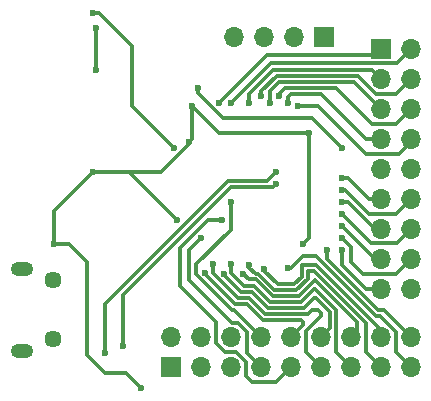
<source format=gbr>
%TF.GenerationSoftware,KiCad,Pcbnew,(6.0.7)*%
%TF.CreationDate,2022-09-12T19:53:53+08:00*%
%TF.ProjectId,STM32Breakout,53544d33-3242-4726-9561-6b6f75742e6b,rev?*%
%TF.SameCoordinates,Original*%
%TF.FileFunction,Copper,L2,Bot*%
%TF.FilePolarity,Positive*%
%FSLAX46Y46*%
G04 Gerber Fmt 4.6, Leading zero omitted, Abs format (unit mm)*
G04 Created by KiCad (PCBNEW (6.0.7)) date 2022-09-12 19:53:53*
%MOMM*%
%LPD*%
G01*
G04 APERTURE LIST*
%TA.AperFunction,ComponentPad*%
%ADD10C,1.450000*%
%TD*%
%TA.AperFunction,ComponentPad*%
%ADD11O,1.900000X1.200000*%
%TD*%
%TA.AperFunction,ComponentPad*%
%ADD12R,1.700000X1.700000*%
%TD*%
%TA.AperFunction,ComponentPad*%
%ADD13O,1.700000X1.700000*%
%TD*%
%TA.AperFunction,ViaPad*%
%ADD14C,0.600000*%
%TD*%
%TA.AperFunction,Conductor*%
%ADD15C,0.300000*%
%TD*%
G04 APERTURE END LIST*
D10*
%TO.P,J1,6,Shield*%
%TO.N,unconnected-(J1-Pad6)*%
X81726500Y-104688000D03*
X81726500Y-109688000D03*
D11*
X79026500Y-103688000D03*
X79026500Y-110688000D03*
%TD*%
D12*
%TO.P,J4,1,Pin_1*%
%TO.N,+3.3V*%
X104648000Y-84074000D03*
D13*
%TO.P,J4,2,Pin_2*%
%TO.N,SWDIO*%
X102108000Y-84074000D03*
%TO.P,J4,3,Pin_3*%
%TO.N,SWCLK*%
X99568000Y-84074000D03*
%TO.P,J4,4,Pin_4*%
%TO.N,GND*%
X97028000Y-84074000D03*
%TD*%
D12*
%TO.P,J2,1,Pin_1*%
%TO.N,+3.3V*%
X91704000Y-112019000D03*
D13*
%TO.P,J2,2,Pin_2*%
%TO.N,VCC*%
X91704000Y-109479000D03*
%TO.P,J2,3,Pin_3*%
%TO.N,+3.3V*%
X94244000Y-112019000D03*
%TO.P,J2,4,Pin_4*%
%TO.N,GND*%
X94244000Y-109479000D03*
%TO.P,J2,5,Pin_5*%
%TO.N,+3.3V*%
X96784000Y-112019000D03*
%TO.P,J2,6,Pin_6*%
%TO.N,GND*%
X96784000Y-109479000D03*
%TO.P,J2,7,Pin_7*%
%TO.N,LED*%
X99324000Y-112019000D03*
%TO.P,J2,8,Pin_8*%
%TO.N,PA1*%
X99324000Y-109479000D03*
%TO.P,J2,9,Pin_9*%
%TO.N,PA2*%
X101864000Y-112019000D03*
%TO.P,J2,10,Pin_10*%
%TO.N,PA3*%
X101864000Y-109479000D03*
%TO.P,J2,11,Pin_11*%
%TO.N,PA4*%
X104404000Y-112019000D03*
%TO.P,J2,12,Pin_12*%
%TO.N,PA5*%
X104404000Y-109479000D03*
%TO.P,J2,13,Pin_13*%
%TO.N,PA6*%
X106944000Y-112019000D03*
%TO.P,J2,14,Pin_14*%
%TO.N,PA7*%
X106944000Y-109479000D03*
%TO.P,J2,15,Pin_15*%
%TO.N,PB0*%
X109484000Y-112019000D03*
%TO.P,J2,16,Pin_16*%
%TO.N,PB1*%
X109484000Y-109479000D03*
%TO.P,J2,17,Pin_17*%
%TO.N,PB10*%
X112024000Y-112019000D03*
%TO.P,J2,18,Pin_18*%
%TO.N,PB11*%
X112024000Y-109479000D03*
%TD*%
D12*
%TO.P,J3,1,Pin_1*%
%TO.N,PB9*%
X109474000Y-85090000D03*
D13*
%TO.P,J3,2,Pin_2*%
%TO.N,PB8*%
X112014000Y-85090000D03*
%TO.P,J3,3,Pin_3*%
%TO.N,PB7*%
X109474000Y-87630000D03*
%TO.P,J3,4,Pin_4*%
%TO.N,PB6*%
X112014000Y-87630000D03*
%TO.P,J3,5,Pin_5*%
%TO.N,PB5*%
X109474000Y-90170000D03*
%TO.P,J3,6,Pin_6*%
%TO.N,PB4*%
X112014000Y-90170000D03*
%TO.P,J3,7,Pin_7*%
%TO.N,PB3*%
X109474000Y-92710000D03*
%TO.P,J3,8,Pin_8*%
%TO.N,PA15*%
X112014000Y-92710000D03*
%TO.P,J3,9,Pin_9*%
%TO.N,PA12*%
X109474000Y-95250000D03*
%TO.P,J3,10,Pin_10*%
%TO.N,PA11*%
X112014000Y-95250000D03*
%TO.P,J3,11,Pin_11*%
%TO.N,PA10*%
X109474000Y-97790000D03*
%TO.P,J3,12,Pin_12*%
%TO.N,PA9*%
X112014000Y-97790000D03*
%TO.P,J3,13,Pin_13*%
%TO.N,PA8*%
X109474000Y-100330000D03*
%TO.P,J3,14,Pin_14*%
%TO.N,PB15*%
X112014000Y-100330000D03*
%TO.P,J3,15,Pin_15*%
%TO.N,PB14*%
X109474000Y-102870000D03*
%TO.P,J3,16,Pin_16*%
%TO.N,PB13*%
X112014000Y-102870000D03*
%TO.P,J3,17,Pin_17*%
%TO.N,PB12*%
X109474000Y-105410000D03*
%TO.P,J3,18,Pin_18*%
%TO.N,GND*%
X112014000Y-105410000D03*
%TD*%
D14*
%TO.N,GND*%
X85344000Y-83312000D03*
X93980000Y-88392000D03*
X85344000Y-86868000D03*
X106172000Y-93472000D03*
%TO.N,PushB1*%
X85090000Y-82042000D03*
X91948000Y-93472000D03*
%TO.N,PA11*%
X100584000Y-96520000D03*
X87630000Y-110236000D03*
%TO.N,PA12*%
X100584000Y-95504000D03*
X86106000Y-110801500D03*
%TO.N,PA1*%
X96774000Y-98044000D03*
%TO.N,PA2*%
X96012000Y-99568000D03*
%TO.N,PA3*%
X94563028Y-104064972D03*
%TO.N,PA4*%
X95250000Y-103332000D03*
%TO.N,PA5*%
X96207681Y-104151108D03*
%TO.N,PA6*%
X96774000Y-103332000D03*
%TO.N,PA7*%
X97790000Y-104140000D03*
%TO.N,PB1*%
X99534544Y-103721578D03*
%TO.N,PB0*%
X98298000Y-103378000D03*
%TO.N,PB11*%
X104902000Y-102108000D03*
%TO.N,PB10*%
X101600000Y-103632000D03*
%TO.N,PB9*%
X95758000Y-89662000D03*
%TO.N,PB8*%
X96774000Y-89662000D03*
%TO.N,PB7*%
X98272600Y-89712800D03*
%TO.N,PB6*%
X99314000Y-89108000D03*
%TO.N,PB5*%
X100076000Y-89662000D03*
%TO.N,PB4*%
X100838000Y-89108000D03*
%TO.N,PB3*%
X101600000Y-89662000D03*
%TO.N,PA15*%
X102435500Y-89941400D03*
%TO.N,PA10*%
X106172000Y-96012000D03*
%TO.N,PA9*%
X106172000Y-97028000D03*
%TO.N,PA8*%
X106191647Y-98024353D03*
%TO.N,PB15*%
X106172000Y-99060000D03*
%TO.N,PB14*%
X106172000Y-100076000D03*
%TO.N,PB13*%
X106172000Y-101092000D03*
%TO.N,PB12*%
X106172000Y-102108000D03*
%TO.N,LED*%
X94234000Y-101092000D03*
%TO.N,+3.3V*%
X85090000Y-95504000D03*
X89154000Y-113792000D03*
X93218000Y-92964000D03*
X93472000Y-89916000D03*
X103378000Y-92202000D03*
X92202000Y-99568000D03*
X102870000Y-101600000D03*
X81788000Y-101600000D03*
%TD*%
D15*
%TO.N,GND*%
X96108761Y-90932000D02*
X103632000Y-90932000D01*
X93980000Y-88803239D02*
X96108761Y-90932000D01*
X103632000Y-90932000D02*
X106172000Y-93472000D01*
X85344000Y-83312000D02*
X85344000Y-86868000D01*
X93980000Y-88392000D02*
X93980000Y-88803239D01*
%TO.N,PushB1*%
X88392000Y-84836000D02*
X85598000Y-82042000D01*
X88392000Y-89916000D02*
X88392000Y-84836000D01*
X91948000Y-93472000D02*
X88392000Y-89916000D01*
X85598000Y-82042000D02*
X85090000Y-82042000D01*
%TO.N,PA11*%
X96774000Y-96774000D02*
X100330000Y-96774000D01*
X87630000Y-105918000D02*
X96774000Y-96774000D01*
X87630000Y-110236000D02*
X87630000Y-105918000D01*
X100330000Y-96774000D02*
X100584000Y-96520000D01*
%TO.N,PA12*%
X99822000Y-96266000D02*
X96520000Y-96266000D01*
X86106000Y-106680000D02*
X86106000Y-110801500D01*
X100584000Y-95504000D02*
X99822000Y-96266000D01*
X96520000Y-96266000D02*
X86106000Y-106680000D01*
%TO.N,PA1*%
X96870761Y-107188000D02*
X97033000Y-107188000D01*
X93838000Y-104155239D02*
X96870761Y-107188000D01*
X96774000Y-98044000D02*
X96774000Y-100394000D01*
X97033000Y-107188000D02*
X99324000Y-109479000D01*
X96774000Y-100394000D02*
X93838000Y-103330000D01*
X93838000Y-103330000D02*
X93838000Y-104155239D01*
%TO.N,PA2*%
X92456000Y-105156000D02*
X95504000Y-108204000D01*
X98044000Y-112776000D02*
X98552000Y-113284000D01*
X94838761Y-99568000D02*
X92456000Y-101950761D01*
X95504000Y-108204000D02*
X95504000Y-109982000D01*
X97206057Y-110744000D02*
X98044000Y-111581943D01*
X96012000Y-99568000D02*
X94838761Y-99568000D01*
X98552000Y-113284000D02*
X100599000Y-113284000D01*
X98044000Y-111581943D02*
X98044000Y-112776000D01*
X100599000Y-113284000D02*
X101864000Y-112019000D01*
X95504000Y-109982000D02*
X96266000Y-110744000D01*
X92456000Y-101950761D02*
X92456000Y-105156000D01*
X96266000Y-110744000D02*
X97206057Y-110744000D01*
%TO.N,PA3*%
X97108761Y-106664000D02*
X98082894Y-106664000D01*
X102702000Y-108036000D02*
X102870000Y-108204000D01*
X98082894Y-106664000D02*
X99454894Y-108036000D01*
X99454894Y-108036000D02*
X102702000Y-108036000D01*
X94563028Y-104064972D02*
X94563028Y-104118267D01*
X102870000Y-108473000D02*
X101864000Y-109479000D01*
X94563028Y-104118267D02*
X97108761Y-106664000D01*
X102870000Y-108204000D02*
X102870000Y-108473000D01*
%TO.N,PA4*%
X103284000Y-107536000D02*
X103632000Y-107188000D01*
X103632000Y-107188000D02*
X104140000Y-107188000D01*
X97370761Y-106164000D02*
X98290000Y-106164000D01*
X104140000Y-107188000D02*
X104394000Y-107442000D01*
X95250000Y-104043239D02*
X97370761Y-106164000D01*
X98290000Y-106164000D02*
X99662000Y-107536000D01*
X104394000Y-107696000D02*
X103124000Y-108966000D01*
X104394000Y-107442000D02*
X104394000Y-107696000D01*
X103124000Y-108966000D02*
X103124000Y-110739000D01*
X95250000Y-103332000D02*
X95250000Y-104043239D01*
X99662000Y-107536000D02*
X103284000Y-107536000D01*
X103124000Y-110739000D02*
X104404000Y-112019000D01*
%TO.N,PA5*%
X103932894Y-106164000D02*
X105156000Y-107387106D01*
X103776769Y-106164000D02*
X103932894Y-106164000D01*
X97632761Y-105664000D02*
X98517576Y-105664000D01*
X105156000Y-107387106D02*
X105156000Y-108727000D01*
X102904769Y-107036000D02*
X103776769Y-106164000D01*
X105156000Y-108727000D02*
X104404000Y-109479000D01*
X99889576Y-107036000D02*
X102904769Y-107036000D01*
X98517576Y-105664000D02*
X99889576Y-107036000D01*
X96207681Y-104238920D02*
X97632761Y-105664000D01*
X96207681Y-104151108D02*
X96207681Y-104238920D01*
%TO.N,PA6*%
X103886000Y-105410000D02*
X105664000Y-107188000D01*
X96774000Y-104043239D02*
X97886761Y-105156000D01*
X96774000Y-103332000D02*
X96774000Y-104043239D01*
X100096682Y-106536000D02*
X102697663Y-106536000D01*
X105664000Y-107188000D02*
X105664000Y-110739000D01*
X102697663Y-106536000D02*
X103823663Y-105410000D01*
X98716682Y-105156000D02*
X100096682Y-106536000D01*
X97886761Y-105156000D02*
X98716682Y-105156000D01*
X105664000Y-110739000D02*
X106944000Y-112019000D01*
X103823663Y-105410000D02*
X103886000Y-105410000D01*
%TO.N,PA7*%
X97790000Y-104140000D02*
X98264266Y-104614266D01*
X103865067Y-104661491D02*
X107442000Y-108238424D01*
X100303788Y-106036000D02*
X102490557Y-106036000D01*
X107442000Y-108981000D02*
X106944000Y-109479000D01*
X98882054Y-104614266D02*
X100303788Y-106036000D01*
X107442000Y-108238424D02*
X107442000Y-108981000D01*
X102490557Y-106036000D02*
X103865067Y-104661491D01*
X98264266Y-104614266D02*
X98882054Y-104614266D01*
%TO.N,PB1*%
X100718000Y-105036000D02*
X102076345Y-105036000D01*
X102750000Y-103443106D02*
X102815106Y-103378000D01*
X99534544Y-103852544D02*
X100718000Y-105036000D01*
X102076345Y-105036000D02*
X102750000Y-104362345D01*
X99534544Y-103721578D02*
X99534544Y-103852544D01*
X102815106Y-103378000D02*
X103995788Y-103378000D01*
X102750000Y-104362345D02*
X102750000Y-103443106D01*
X103995788Y-103378000D02*
X109484000Y-108866212D01*
X109484000Y-108866212D02*
X109484000Y-109479000D01*
%TO.N,PB0*%
X103788682Y-103878000D02*
X108204000Y-108293318D01*
X98298000Y-103378000D02*
X98298000Y-103632000D01*
X98298000Y-103632000D02*
X98853266Y-104187266D01*
X108204000Y-110739000D02*
X109484000Y-112019000D01*
X103250000Y-103878000D02*
X103788682Y-103878000D01*
X100407658Y-105536000D02*
X102283451Y-105536000D01*
X103250000Y-104569451D02*
X103250000Y-103878000D01*
X98853266Y-104187266D02*
X99058924Y-104187266D01*
X102283451Y-105536000D02*
X103250000Y-104569451D01*
X99058924Y-104187266D02*
X100407658Y-105536000D01*
X108204000Y-108293318D02*
X108204000Y-110739000D01*
%TO.N,PB11*%
X104902000Y-102870000D02*
X109220000Y-107188000D01*
X109733000Y-107188000D02*
X112024000Y-109479000D01*
X104902000Y-102108000D02*
X104902000Y-102870000D01*
X109220000Y-107188000D02*
X109733000Y-107188000D01*
%TO.N,PB10*%
X110744000Y-110744000D02*
X112019000Y-112019000D01*
X102870000Y-102616000D02*
X103940894Y-102616000D01*
X103940894Y-102616000D02*
X109020894Y-107696000D01*
X101600000Y-103632000D02*
X101854000Y-103632000D01*
X112019000Y-112019000D02*
X112024000Y-112019000D01*
X110744000Y-109041943D02*
X110744000Y-110744000D01*
X109020894Y-107696000D02*
X109398057Y-107696000D01*
X101854000Y-103632000D02*
X102870000Y-102616000D01*
X109398057Y-107696000D02*
X110744000Y-109041943D01*
%TO.N,PB9*%
X95758000Y-89662000D02*
X99822000Y-85598000D01*
X108966000Y-85598000D02*
X109474000Y-85090000D01*
X99822000Y-85598000D02*
X108966000Y-85598000D01*
%TO.N,PB8*%
X100112735Y-86323265D02*
X110780735Y-86323265D01*
X110780735Y-86323265D02*
X112014000Y-85090000D01*
X96774000Y-89662000D02*
X100112735Y-86323265D01*
%TO.N,PB7*%
X100330000Y-86868000D02*
X108712000Y-86868000D01*
X98272600Y-89712800D02*
X98272600Y-88925400D01*
X108712000Y-86868000D02*
X109474000Y-87630000D01*
X98272600Y-88925400D02*
X100330000Y-86868000D01*
%TO.N,PB6*%
X107522943Y-87376000D02*
X109046943Y-88900000D01*
X99314000Y-89108000D02*
X99314000Y-88694380D01*
X100632380Y-87376000D02*
X107522943Y-87376000D01*
X99314000Y-88694380D02*
X100632380Y-87376000D01*
X109046943Y-88900000D02*
X110744000Y-88900000D01*
X110744000Y-88900000D02*
X112014000Y-87630000D01*
%TO.N,PB5*%
X100846000Y-87876000D02*
X107180000Y-87876000D01*
X100076000Y-89662000D02*
X100076000Y-88646000D01*
X100076000Y-88646000D02*
X100846000Y-87876000D01*
X107180000Y-87876000D02*
X109474000Y-90170000D01*
%TO.N,PB4*%
X100838000Y-88900000D02*
X101362000Y-88376000D01*
X100838000Y-89108000D02*
X100838000Y-88900000D01*
X105648000Y-88376000D02*
X108712000Y-91440000D01*
X101362000Y-88376000D02*
X105648000Y-88376000D01*
X110744000Y-91440000D02*
X112014000Y-90170000D01*
X108712000Y-91440000D02*
X110744000Y-91440000D01*
%TO.N,PB3*%
X101600000Y-89154000D02*
X101854000Y-88900000D01*
X108204000Y-92710000D02*
X109474000Y-92710000D01*
X101854000Y-88900000D02*
X104394000Y-88900000D01*
X104394000Y-88900000D02*
X108204000Y-92710000D01*
X101600000Y-89662000D02*
X101600000Y-89154000D01*
%TO.N,PA15*%
X110998000Y-93980000D02*
X112014000Y-92964000D01*
X108204000Y-93980000D02*
X110998000Y-93980000D01*
X102435500Y-89941400D02*
X104165400Y-89941400D01*
X112014000Y-92964000D02*
X112014000Y-92710000D01*
X104165400Y-89941400D02*
X108204000Y-93980000D01*
%TO.N,PA10*%
X106172000Y-96012000D02*
X106680000Y-96012000D01*
X108458000Y-97790000D02*
X109474000Y-97790000D01*
X106680000Y-96012000D02*
X108458000Y-97790000D01*
%TO.N,PA9*%
X106172000Y-97028000D02*
X106426000Y-97028000D01*
X106426000Y-97028000D02*
X108458000Y-99060000D01*
X110744000Y-99060000D02*
X112014000Y-97790000D01*
X108458000Y-99060000D02*
X110744000Y-99060000D01*
%TO.N,PA8*%
X108966000Y-100330000D02*
X106660353Y-98024353D01*
X109474000Y-100330000D02*
X108966000Y-100330000D01*
X106660353Y-98024353D02*
X106191647Y-98024353D01*
%TO.N,PB15*%
X110814000Y-101530000D02*
X112014000Y-100330000D01*
X106172000Y-99060000D02*
X108642000Y-101530000D01*
X108642000Y-101530000D02*
X110814000Y-101530000D01*
%TO.N,PB14*%
X106172000Y-100076000D02*
X108966000Y-102870000D01*
X108966000Y-102870000D02*
X109474000Y-102870000D01*
%TO.N,PB13*%
X106934000Y-101854000D02*
X106934000Y-103124000D01*
X110744000Y-104140000D02*
X112014000Y-102870000D01*
X106172000Y-101092000D02*
X106934000Y-101854000D01*
X107950000Y-104140000D02*
X110744000Y-104140000D01*
X106934000Y-103124000D02*
X107950000Y-104140000D01*
%TO.N,PB12*%
X108204000Y-105410000D02*
X109474000Y-105410000D01*
X106172000Y-103378000D02*
X108204000Y-105410000D01*
X106172000Y-102108000D02*
X106172000Y-103378000D01*
%TO.N,LED*%
X93218000Y-102108000D02*
X93218000Y-104648000D01*
X98124000Y-109046000D02*
X98124000Y-110819000D01*
X93218000Y-104648000D02*
X96849000Y-108279000D01*
X98124000Y-110819000D02*
X99324000Y-112019000D01*
X94234000Y-101092000D02*
X93218000Y-102108000D01*
X97357000Y-108279000D02*
X98124000Y-109046000D01*
X96849000Y-108279000D02*
X97357000Y-108279000D01*
%TO.N,+3.3V*%
X93218000Y-93121239D02*
X93218000Y-92964000D01*
X93472000Y-92710000D02*
X93218000Y-92964000D01*
X90835239Y-95504000D02*
X93218000Y-93121239D01*
X87884000Y-112522000D02*
X86106000Y-112522000D01*
X103378000Y-92202000D02*
X103378000Y-101092000D01*
X95758000Y-92202000D02*
X93472000Y-89916000D01*
X83058000Y-101600000D02*
X81788000Y-101600000D01*
X81788000Y-98806000D02*
X85090000Y-95504000D01*
X103378000Y-92202000D02*
X95758000Y-92202000D01*
X85090000Y-95504000D02*
X90835239Y-95504000D01*
X103378000Y-101092000D02*
X102870000Y-101600000D01*
X92202000Y-99568000D02*
X88138000Y-95504000D01*
X89154000Y-113792000D02*
X87884000Y-112522000D01*
X81788000Y-101600000D02*
X81788000Y-98806000D01*
X93472000Y-89916000D02*
X93472000Y-92710000D01*
X86106000Y-112522000D02*
X84582000Y-110998000D01*
X88138000Y-95504000D02*
X85090000Y-95504000D01*
X84582000Y-103124000D02*
X83058000Y-101600000D01*
X84582000Y-110998000D02*
X84582000Y-103124000D01*
%TD*%
M02*

</source>
